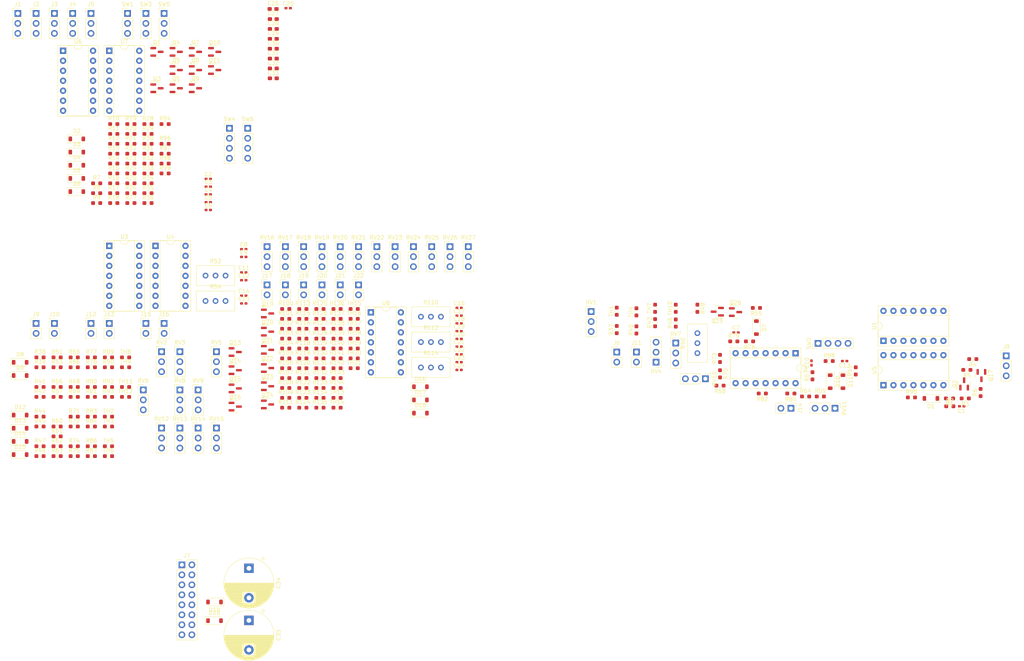
<source format=kicad_pcb>
(kicad_pcb (version 20240108) (generator "pcbnew") (generator_version "8.0")
  (layers (0 "F.Cu" signal) (1 "In1.Cu" signal) (2 "In2.Cu" signal) (31 "B.Cu" signal) (34 "B.Paste" user) (35 "F.Paste" user) (36 "B.SilkS" user "B.Silkscreen") (37 "F.SilkS" user "F.Silkscreen") (38 "B.Mask" user) (39 "F.Mask" user) (44 "Edge.Cuts" user))
  (net 0 "")
  (net 1 "GND")
  (net 2 "Net-(C1-Pad2)")
  (net 3 "Net-(C2-Pad2)")
  (net 4 "Net-(C3-Pad2)")
  (net 5 "Net-(C4-Pad2)")
  (net 6 "Net-(C5-Pad2)")
  (net 7 "Net-(C6-Pad2)")
  (net 8 "Net-(D7-K)")
  (net 9 "Net-(D8-K)")
  (net 10 "Net-(D9-K)")
  (net 11 "Net-(U2B-+)")
  (net 12 "Net-(U2A--)")
  (net 13 "Net-(U3B-+)")
  (net 14 "Net-(U3A--)")
  (net 15 "Net-(U4A--)")
  (net 16 "Net-(U4B-+)")
  (net 17 "TRI_OUT1")
  (net 18 "Net-(D10-K)")
  (net 19 "Net-(D12-K)")
  (net 20 "TRI_OUT2")
  (net 21 "Net-(D14-K)")
  (net 22 "TRI_OUT3")
  (net 23 "Net-(D16-K)")
  (net 24 "Net-(D17-K)")
  (net 25 "Net-(D18-K)")
  (net 26 "Net-(U6B-+)")
  (net 27 "Net-(U6A--)")
  (net 28 "Net-(U7A--)")
  (net 29 "Net-(U7B-+)")
  (net 30 "Net-(U8B-+)")
  (net 31 "Net-(U8A--)")
  (net 32 "SAW_OUT4")
  (net 33 "Net-(C22-Pad2)")
  (net 34 "Net-(C23-Pad2)")
  (net 35 "SAW_OUT5")
  (net 36 "Net-(C24-Pad2)")
  (net 37 "SAW_OUT6")
  (net 38 "-12V")
  (net 39 "+12V")
  (net 40 "Net-(D1-K)")
  (net 41 "OUT1")
  (net 42 "Net-(D2-K)")
  (net 43 "OUT2")
  (net 44 "Net-(D3-K)")
  (net 45 "OUT3")
  (net 46 "Net-(D4-K)")
  (net 47 "OUT4")
  (net 48 "OUT5")
  (net 49 "Net-(D5-K)")
  (net 50 "Net-(D6-K)")
  (net 51 "OUT6")
  (net 52 "Net-(D7-A)")
  (net 53 "Net-(D8-A)")
  (net 54 "Net-(D9-A)")
  (net 55 "Net-(D10-A)")
  (net 56 "SAW_OUT1")
  (net 57 "Net-(D12-A)")
  (net 58 "SAW_OUT2")
  (net 59 "Net-(D14-A)")
  (net 60 "SAW_OUT3")
  (net 61 "Net-(D16-A)")
  (net 62 "Net-(D17-A)")
  (net 63 "Net-(D18-A)")
  (net 64 "Net-(D19-A)")
  (net 65 "Net-(D20-K)")
  (net 66 "LED_OUT2")
  (net 67 "LED_OUT3")
  (net 68 "LED_OUT4")
  (net 69 "LED_OUT5")
  (net 70 "LED_OUT6")
  (net 71 "FM_IN1")
  (net 78 "LED_OUT1")
  (net 79 "FM_IN2")
  (net 80 "FM_IN3")
  (net 81 "CV_IN1")
  (net 82 "CV_IN2")
  (net 83 "CV_IN3")
  (net 84 "PWM_MOD1")
  (net 85 "PWM_MOD2")
  (net 86 "PWM_MOD3")
  (net 87 "CV_IN4")
  (net 88 "CV_IN5")
  (net 89 "CV_IN6")
  (net 90 "PWM_MOD4")
  (net 91 "PWM_MOD5")
  (net 92 "PWM_MOD6")
  (net 93 "Net-(Q1-B)")
  (net 94 "Net-(Q1-C)")
  (net 95 "Net-(Q2-B)")
  (net 96 "Net-(Q2-C)")
  (net 97 "Net-(Q3-B)")
  (net 98 "Net-(Q4-B)")
  (net 99 "Net-(Q4-C)")
  (net 100 "Net-(Q5-B)")
  (net 101 "Net-(Q6-B)")
  (net 102 "Net-(Q6-C)")
  (net 103 "Net-(Q7-B)")
  (net 104 "Net-(Q8-C)")
  (net 105 "Net-(Q8-B)")
  (net 106 "Net-(Q9-B)")
  (net 107 "Net-(Q10-C)")
  (net 108 "Net-(Q10-B)")
  (net 109 "Net-(Q11-B)")
  (net 110 "Net-(Q13-E)")
  (net 111 "Net-(Q13-B)")
  (net 112 "Net-(Q14-E)")
  (net 113 "Net-(Q14-B)")
  (net 114 "Net-(Q17-B)")
  (net 115 "Net-(Q19-E)")
  (net 116 "Net-(Q19-B)")
  (net 117 "Net-(Q21-E)")
  (net 118 "Net-(Q21-B)")
  (net 119 "Net-(Q23-E)")
  (net 120 "Net-(Q23-B)")
  (net 121 "Net-(Q25-B)")
  (net 122 "Net-(Q25-E)")
  (net 123 "Net-(R37-Pad2)")
  (net 124 "Net-(R38-Pad2)")
  (net 125 "Net-(R39-Pad2)")
  (net 126 "Net-(R40-Pad2)")
  (net 127 "Net-(R41-Pad2)")
  (net 128 "Net-(R42-Pad2)")
  (net 129 "Net-(R43-Pad1)")
  (net 130 "Net-(R43-Pad2)")
  (net 131 "Net-(R44-Pad1)")
  (net 132 "Net-(R44-Pad2)")
  (net 133 "Net-(R45-Pad2)")
  (net 134 "Net-(R45-Pad1)")
  (net 135 "Net-(R46-Pad1)")
  (net 136 "Net-(R46-Pad2)")
  (net 137 "Net-(R47-Pad1)")
  (net 138 "Net-(R47-Pad2)")
  (net 139 "Net-(R48-Pad1)")
  (net 140 "Net-(R48-Pad2)")
  (net 141 "Net-(R49-Pad2)")
  (net 142 "Net-(R51-Pad2)")
  (net 143 "Net-(R53-Pad2)")
  (net 144 "Net-(R58-Pad2)")
  (net 145 "Net-(U2C--)")
  (net 146 "Net-(R59-Pad2)")
  (net 147 "Net-(R60-Pad2)")
  (net 148 "Net-(U3C--)")
  (net 149 "Net-(R61-Pad2)")
  (net 150 "Net-(R62-Pad2)")
  (net 151 "Net-(U4C--)")
  (net 152 "Net-(R63-Pad2)")
  (net 153 "PULSE_OUT1")
  (net 154 "Net-(R70-Pad2)")
  (net 155 "PULSE_OUT2")
  (net 156 "Net-(R71-Pad2)")
  (net 157 "PULSE_OUT3")
  (net 158 "Net-(R72-Pad2)")
  (net 159 "Net-(U2B--)")
  (net 160 "Net-(U3B--)")
  (net 161 "Net-(U4B--)")
  (net 162 "Net-(U2D--)")
  (net 163 "Net-(U3D--)")
  (net 164 "Net-(U4D--)")
  (net 165 "Net-(U5D-+)")
  (net 166 "Net-(U5A-+)")
  (net 167 "Net-(U6D-+)")
  (net 168 "Net-(U5B-+)")
  (net 169 "Net-(U7D-+)")
  (net 170 "Net-(U5C-+)")
  (net 171 "Net-(R100-Pad2)")
  (net 172 "Net-(R101-Pad2)")
  (net 173 "Net-(R102-Pad2)")
  (net 174 "Net-(R103-Pad1)")
  (net 175 "Net-(R103-Pad2)")
  (net 176 "Net-(R104-Pad1)")
  (net 177 "Net-(R104-Pad2)")
  (net 178 "Net-(R105-Pad1)")
  (net 179 "Net-(R105-Pad2)")
  (net 180 "Net-(R106-Pad2)")
  (net 181 "Net-(R106-Pad1)")
  (net 182 "Net-(R107-Pad2)")
  (net 183 "Net-(R107-Pad1)")
  (net 184 "Net-(R108-Pad2)")
  (net 185 "Net-(R108-Pad1)")
  (net 186 "Net-(R109-Pad2)")
  (net 187 "Net-(R111-Pad2)")
  (net 188 "Net-(R113-Pad2)")
  (net 189 "Net-(R118-Pad2)")
  (net 190 "Net-(U6C--)")
  (net 191 "Net-(R119-Pad2)")
  (net 192 "Net-(U7C--)")
  (net 193 "Net-(R120-Pad2)")
  (net 194 "Net-(R121-Pad2)")
  (net 195 "Net-(U8C--)")
  (net 196 "Net-(R122-Pad2)")
  (net 197 "Net-(R123-Pad2)")
  (net 198 "Net-(R130-Pad2)")
  (net 199 "PULSE_OUT4")
  (net 200 "PULSE_OUT5")
  (net 201 "Net-(R131-Pad2)")
  (net 202 "PULSE_OUT6")
  (net 203 "Net-(R132-Pad2)")
  (net 204 "Net-(U6B--)")
  (net 205 "Net-(U7B--)")
  (net 206 "Net-(U8B--)")
  (net 207 "Net-(RV1-Pad1)")
  (net 208 "Net-(RV2-Pad1)")
  (net 209 "Net-(RV3-Pad1)")
  (net 210 "Net-(SW1-B)")
  (net 211 "Net-(U5A--)")
  (net 212 "Net-(SW3-B)")
  (net 213 "Net-(U5B--)")
  (net 214 "Net-(SW5-B)")
  (net 215 "Net-(U5C--)")
  (footprint "Resistor_SMD:R_0603_1608Metric_Pad0.98x0.95mm_HandSolder" (layer "F.Cu") (at 46.7425 135.67)
    (property "Reference" "R63")
    (property "Value" "68K")
  )
  (footprint "Resistor_SMD:R_0603_1608Metric_Pad0.98x0.95mm_HandSolder" (layer "F.Cu") (at 273.6625 123)
    (property "Reference" "R2")
    (property "Value" "22K")
  )
  (footprint "Resistor_SMD:R_0603_1608Metric_Pad0.98x0.95mm_HandSolder" (layer "F.Cu") (at 51.0925 133.16)
    (property "Reference" "R74")
    (property "Value" "68K")
  )
  (footprint "Resistor_SMD:R_0603_1608Metric_Pad0.98x0.95mm_HandSolder" (layer "F.Cu") (at 104.8525 105.79)
    (property "Reference" "R103")
    (property "Value" "1M")
  )
  (footprint "Resistor_SMD:R_0603_1608Metric_Pad0.98x0.95mm_HandSolder" (layer "F.Cu") (at 122.2525 100.77)
    (property "Reference" "TH16")
    (property "Value" "10K")
  )
  (footprint "Package_TO_SOT_SMD:SOT-23" (layer "F.Cu") (at 219.1875 99.05)
    (property "Reference" "Q26")
    (property "Value" "BC848")
  )
  (footprint "Resistor_SMD:R_0603_1608Metric_Pad0.98x0.95mm_HandSolder" (layer "F.Cu") (at 278 113.75 180)
    (property "Reference" "R5")
    (property "Value" "12K")
  )
  (footprint "Resistor_SMD:R_0603_1608Metric_Pad0.98x0.95mm_HandSolder" (layer "F.Cu") (at 122.2525 105.79)
    (property "Reference" "TH18")
    (property "Value" "10K")
  )
  (footprint "Resistor_SMD:R_0603_1608Metric_Pad0.98x0.95mm_HandSolder" (layer "F.Cu") (at 61.1425 51.26)
    (property "Reference" "R10")
    (property "Value" "12K")
  )
  (footprint "Package_TO_SOT_SMD:SOT-23" (layer "F.Cu") (at 92.0125 109.205)
    (property "Reference" "Q13")
    (property "Value" "BC858")
  )
  (footprint "Connector_PinHeader_2.54mm:PinHeader_1x03_P2.54mm_Vertical" (layer "F.Cu") (at 146.6125 82.43)
    (property "Reference" "RV26")
    (property "Value" "100K")
  )
  (footprint "Diode_SMD:D_SOD-123" (layer "F.Cu") (at 246.5 116.75 -90)
    (property "Reference" "D11")
    (property "Value" "1N4148")
  )
  (footprint "Resistor_SMD:R_0603_1608Metric_Pad0.98x0.95mm_HandSolder" (layer "F.Cu") (at 104.8525 115.83)
    (property "Reference" "R107")
    (property "Value" "100K")
  )
  (footprint "Resistor_SMD:R_0603_1608Metric_Pad0.98x0.95mm_HandSolder" (layer "F.Cu") (at 42.3925 128.14)
    (property "Reference" "R45")
    (property "Value" "1M")
  )
  (footprint "Resistor_SMD:R_0603_1608Metric_Pad0.98x0.95mm_HandSolder" (layer "F.Cu") (at 204 101.8375 90)
    (property "Reference" "R46")
    (property "Value" "100K")
  )
  (footprint "Diode_SMD:D_SOD-123" (layer "F.Cu") (at 139.0975 118.03)
    (property "Reference" "D16")
    (property "Value" "1N4148")
  )
  (footprint "Connector_PinHeader_2.54mm:PinHeader_1x02_P2.54mm_Vertical" (layer "F.Cu") (at 73.9525 101.93)
    (property "Reference" "J16")
    (property "Value" "PWMMOD_IN_3")
  )
  (footprint "Resistor_SMD:R_0603_1608Metric_Pad0.98x0.95mm_HandSolder" (layer "F.Cu") (at 122.2525 103.28)
    (property "Reference" "TH17")
    (property "Value" "10K")
  )
  (footprint "Connector_PinHeader_2.54mm:PinHeader_1x03_P2.54mm_Vertical" (layer "F.Cu") (at 204 106.92)
    (property "Reference" "RV7")
    (property "Value" "100K")
  )
  (footprint "Resistor_SMD:R_0603_1608Metric_Pad0.98x0.95mm_HandSolder" (layer "F.Cu") (at 69.8425 58.79)
    (property "Reference" "R31")
    (property "Value" "22K")
  )
  (footprint "Potentiometer_THT:Potentiometer_Bourns_3296W_Vertical" (layer "F.Cu") (at 144.3025 106.68)
    (property "Reference" "R112")
    (property "Value" "1K")
  )
  (footprint "Resistor_SMD:R_0603_1608Metric_Pad0.98x0.95mm_HandSolder" (layer "F.Cu") (at 74.1925 63.81)
    (property "Reference" "R99")
    (property "Value" "1K")
  )
  (footprint "Resistor_SMD:R_0603_1608Metric_Pad0.98x0.95mm_HandSolder" (layer "F.Cu") (at 55.4425 133.16)
    (property "Reference" "R86")
    (property "Value" "10K")
  )
  (footprint "Package_DIP:DIP-14_W7.62mm_Socket" (layer "F.Cu") (at 256.8 117.62 90)
    (property "Reference" "U5")
    (property "Value" "TL074")
  )
  (footprint "Potentiometer_THT:Potentiometer_Bourns_3296W_Vertical" (layer "F.Cu") (at 209.5 104.42 90)
    (property "Reference" "R50")
    (property "Value" "1K")
  )
  (footprint "Resistor_SMD:R_0603_1608Metric_Pad0.98x0.95mm_HandSolder" (layer "F.Cu") (at 113.5525 98.26)
    (property "Reference" "R125")
    (property "Value" "14K")
  )
  (footprint "Connector_PinHeader_2.54mm:PinHeader_1x03_P2.54mm_Vertical" (layer "F.Cu") (at 128.0125 82.43)
    (property "Reference" "RV22")
    (property "Value" "100K")
  )
  (footprint "Capacitor_SMD:C_0402_1005Metric_Pad0.74x0.62mm_HandSolder" (layer "F.Cu") (at 85.1725 73.09)
    (property "Reference" "C6")
    (property "Value" "1µ")
  )
  (footprint "Connector_PinHeader_2.54mm:PinHeader_1x04_P2.54mm_Vertical" (layer "F.Cu") (at 240.17 107 90)
    (property "Reference" "SW2")
    (property "Value" "SW_SP3T")
  )
  (footprint "Resistor_SMD:R_0603_1608Metric_Pad0.98x0.95mm_HandSolder" (layer "F.Cu") (at 61.1425 61.3)
    (property "Reference" "R14")
    (property "Value" "1K")
  )
  (footprint "Resistor_SMD:R_0603_1608Metric_Pad0.98x0.95mm_HandSolder" (layer "F.Cu") (at 64.1425 113.08)
    (property "Reference" "TH9")
    (property "Value" "10K")
  )
  (footprint "Resistor_SMD:R_0603_1608Metric_Pad0.98x0.95mm_HandSolder" (layer "F.Cu") (at 46.7425 118.1)
    (property "Reference" "R56")
    (property "Value" "1M")
  )
  (footprint "Resistor_SMD:R_0603_1608Metric_Pad0.98x0.95mm_HandSolder" (layer "F.Cu") (at 215.25 117.75 180)
    (property "Reference" "R58")
    (property "Value" "100K")
  )
  (footprint "Diode_SMD:D_SOD-123" (layer "F.Cu") (at 37.3475 111.83)
    (property "Reference" "D8")
    (property "Value" "1N4148")
  )
  (footprint "Connector_PinHeader_2.54mm:PinHeader_1x02_P2.54mm_Vertical" (layer "F.Cu") (at 233.275 123.5 -90)
    (property "Reference" "J14")
    (property "Value" "PWMMOD_in_1")
  )
  (footprint "Resistor_SMD:R_0603_1608Metric_Pad0.98x0.95mm_HandSolder" (layer "F.Cu") (at 65.4925 68.83)
    (property "Reference" "R26")
    (property "Value" "1K")
  )
  (footprint "Connector_PinHeader_2.54mm:PinHeader_1x03_P2.54mm_Vertical" (layer "F.Cu") (at 77.9425 128.53)
    (property "Reference" "RV13")
    (property "Value" "250K")
  )
  (footprint "Diode_SMD:D_SOD-123" (layer "F.Cu") (at 224.5 103 -90)
    (property "Reference" "D7")
    (property "Value" "1N4148")
  )
  (footprint "Resistor_SMD:R_0603_1608Metric_Pad0.98x0.95mm_HandSolder" (layer "F.Cu") (at 104.8525 113.32)
    (property "Reference" "R106")
    (property "Value" "100K")
  )
  (footprint "Potentiometer_THT:Potentiometer_Bourns_3296W_Vertical" (layer "F.Cu") (at 144.3025 100.23)
    (property "Reference" "R110")
    (property "Value" "1K")
  )
  (footprint "Resistor_SMD:R_0603_1608Metric_Pad0.98x0.95mm_HandSolder" (layer "F.Cu") (at 65.4925 56.28)
    (property "Reference" "R21")
    (property "Value" "10K")
  )
  (footprint "Resistor_SMD:R_0603_1608Metric_Pad0.98x0.95mm_HandSolder" (layer "F.Cu") (at 263.9125 120.75)
    (property "Reference" "R95")
    (property "Value" "1K")
  )
  (footprint "Resistor_SMD:R_0603_1608Metric_Pad0.98x0.95mm_HandSolder" (layer "F.Cu") (at 42.3925 135.67)
    (property "Reference" "R48")
    (property "Value" "100K")
  )
  (footprint "Resistor_SMD:R_0603_1608Metric_Pad0.98x0.95mm_HandSolder" (layer "F.Cu") (at 56.7925 68.83)
    (property "Reference" "R8")
    (property "Value" "1K")
  )
  (footprint "Capacitor_SMD:C_0402_1005Metric_Pad0.74x0.62mm_HandSolder" (layer "F.Cu") (at 148.9325 105.87)
    (property "Reference" "C20")
    (property "Value" "1µ")
  )
  (footprint "Diode_SMD:D_SOD-123" (layer "F.Cu") (at 51.7475 58.38)
    (property "Reference" "D3")
    (property "Value" "1N4148")
  )
  (footprint "Connector_PinHeader_2.54mm:PinHeader_1x03_P2.54mm_Vertical" (layer "F.Cu") (at 151.2625 82.43)
    (property "Reference" "RV27")
    (property "Value" "250K")
  )
  (footprint "Capacitor_SMD:C_0402_1005Metric_Pad0.74x0.62mm_HandSolder" (layer "F.Cu") (at 85.1725 65.21)
    (property "Reference" "C2")
    (property "Value" "1µ")
  )
  (footprint "Resistor_SMD:R_0603_1608Metric_Pad0.98x0.95mm_HandSolder" (layer "F.Cu") (at 215.25 114.75 -90)
    (property "Reference" "R70")
    (property "Value" "100K")
  )
  (footprint "Resistor_SMD:R_0603_1608Metric_Pad0.98x0.95mm_HandSolder" (layer "F.Cu") (at 104.8525 118.34)
    (property "Reference" "R108")
    (property "Value" "100K")
  )
  (footprint "Capacitor_SMD:C_0402_1005Metric_Pad0.74x0.62mm_HandSolder" (layer "F.Cu") (at 276.6825 123 180)
    (property "Reference" "C1")
    (property "Value" "1µ")
  )
  (footprint "Resistor_SMD:R_0603_1608Metric_Pad0.98x0.95mm_HandSolder" (layer "F.Cu") (at 273.5875 121 180)
    (property "Reference" "R1")
    (property "Value" "1K")
  )
  (footprint "Connector_PinHeader_2.54mm:PinHeader_1x03_P2.54mm_Vertical" (layer "F.Cu") (at 199 111.79 180)
    (property "Reference" "RV4")
    (property "Value" "100K")
  )
  (footprint "Potentiometer_THT:Potentiometer_Bourns_3296W_Vertical" (layer "F.Cu") (at 89.5525 96.23)
    (property "Reference" "R54")
    (property "Value" "1K")
  )
  (footprint "Connector_PinHeader_2.54mm:PinHeader_1x03_P2.54mm_Vertical" (layer "F.Cu") (at 73.2925 109.13)
    (property "Reference" "RV2")
    (property "Value" "1M")
  )
  (footprint "Diode_SMD:D_SOD-123" (layer "F.Cu") (at 243.25 116.75 -90)
    (property "Reference" "D10")
    (property "Value" "1N4148")
  )
  (footprint "Capacitor_SMD:C_0402_1005Metric_Pad0.74x0.62mm_HandSolder" (layer "F.Cu") (at 85.1725 69.15)
    (property "Reference" "C4")
    (property "Value" "1µ")
  )
  (footprint "Resistor_SMD:R_0603_1608Metric_Pad0.98x0.95mm_HandSolder" (layer "F.Cu") (at 69.8425 71.34)
    (property "Reference" "R36")
    (property "Value" "1K")
  )
  (footprint "Resistor_SMD:R_0603_1608Metric_Pad0.98x0.95mm_HandSolder" (layer "F.Cu") (at 56.7925 71.34)
    (property "Reference" "R9")
    (property "Value" "10K")
  )
  (footprint "Package_TO_SOT_SMD:SOT-23" (layer "F.Cu") (at 92.0125 123.08)
    (property "Reference" "Q16")
    (property "Value" "BC848")
  )
  (footprint "Resistor_SMD:R_0603_1608Metric_Pad0.98x0.95mm_HandSolder" (layer "F.Cu") (at 51.0925 110.57)
    (property "Reference" "R65")
    (property "Value" "14K")
  )
  (footprint "Resistor_SMD:R_0603_1608Metric_Pad0.98x0.95mm_HandSolder" (layer "F.Cu") (at 194 103.5875 90)
    (property "Reference" "R40")
    (property "Value" "100K")
  )
  (footprint "Resistor_SMD:R_0603_1608Metric_Pad0.98x0.95mm_HandSolder" (layer "F.Cu") (at 237 120.5)
    (property "Reference" "R64")
    (property "Value" "14K")
  )
  (footprint "Resistor_SMD:R_0603_1608Metric_Pad0.98x0.95mm_HandSolder" (layer "F.Cu") (at 117.9025 118.34)
    (property "Reference" "R144")
    (property "Value" "200K")
  )
  (footprint "Resistor_SMD:R_0603_1608Metric_Pad0.98x0.95mm_HandSolder" (layer "F.Cu") (at 117.9025 105.79)
    (property "Reference" "R139")
    (property "Value" "100K")
  )
  (footprint "Capacitor_SMD:C_0402_1005Metric_Pad0.74x0.62mm_HandSolder" (layer "F.Cu") (at 94.1825 94.88)
    (property "Reference" "C14")
    (property "Value" "1µ")
  )
  (footprint "Capacitor_SMD:C_0402_1005Metric_Pad0.74x0.62mm_HandSolder" (layer "F.Cu") (at 94.1825 83.06)
    (property "Reference" "C8")
    (property "Value" "2.2n")
  )
  (footprint "Resistor_SMD:R_0603_1608Metric_Pad0.98x0.95mm_HandSolder" (layer "F.Cu") (at 59.7925 113.08)
    (property "Reference" "R90")
    (property "Value" "200K")
  )
  (footprint "Resistor_SMD:R_0603_1608Metric_Pad0.98x0.95mm_HandSolder" (layer "F.Cu") (at 109.2025 123.36)
    (property "Reference" "R124")
    (property "Value" "14K")
  )
  (footprint "Connector_PinHeader_2.54mm:PinHeader_1x03_P2.54mm_Vertical" (layer "F.Cu") (at 82.5925 118.83)
    (property "Reference" "RV9")
    (property "Value" "100K")
  )
  (footprint "Capacitor_THT:CP_Radial_D12.5mm_P7.50mm" (layer "F.Cu") (at 95.5 164.176041 -90)
    (property "Reference" "C34")
    (property "Value" "330uF")
  )
  (footprint "Resistor_SMD:R_0603_1608Metric_Pad0.98x0.95mm_HandSolder" (layer "F.Cu") (at 61.1425 56.28)
    (property "Reference" "R12")
    (property "Value" "1K")
  )
  (footprint "Resistor_SMD:R_0603_1608Metric_Pad0.98x0.95mm_HandSolder" (layer "F.Cu") (at 61.1425 71.34)
    (property "Reference" "R18")
    (property "Value" "1K")
  )
  (footprint "Resistor_SMD:R_0603_1608Metric_Pad0.98x0.95mm_HandSolder" (layer "F.Cu") (at 59.7925 133.16)
    (property "Reference" "TH5")
    (property "Value" "10K")
  )
  (footprint "Resistor_SMD:R_0603_1608Metric_Pad0.98x0.95mm_HandSolder" (layer "F.Cu") (at 46.7425 113.08)
    (property "Reference" "R53")
    (property "Value" "1.5K")
  )
  (footprint "Connector_PinHeader_2.54mm:PinHeader_1x03_P2.54mm_Vertical" (layer "F.Cu") (at 41.4025 23.13)
    (property "Reference" "J2")
    (property "Value" "Audiojack 3")
  )
  (footprint "Resistor_SMD:R_0603_1608Metric_Pad0.98x0.95mm_HandSolder" (layer "F.Cu") (at 69.8425 53.77)
    (property "Reference" "R29")
    (property "Value" "1K")
  )
  (footprint "Resistor_SMD:R_0603_1608Metric_Pad0.98x0.95mm_HandSolder" (layer "F.Cu") (at 224.5 98 180)
    (property "Reference" "R55")
    (property "Value" "1M")
  )
  (footprint "Package_DIP:DIP-14_W7.62mm_Socket" (layer "F.Cu") (at 234.45 109.5 -90)
    (property "Reference" "U2")
    (property "Value" "TL074")
  )
  (footprint "Package_TO_SOT_SMD:SOT-23" (layer "F.Cu") (at 100.2325 108.655)
    (property "Reference" "Q21")
    (property "Value" "BC858")
  )
  (footprint "Resistor_SMD:R_0603_1608Metric_Pad0.98x0.95mm_HandSolder" (layer "F.Cu") (at 117.9025 108.3)
    (property "Reference" "R140")
    (property "Value" "100K")
  )
  (footprint "Resistor_SMD:R_0603_1608Metric_Pad0.98x0.95mm_HandSolder" (layer "F.Cu") (at 104.8525 110.81)
    (property "Reference" "R105")
    (property "Value" "1M")
  )
  (footprint "Resistor_SMD:R_0603_1608Metric_Pad0.98x0.95mm_HandSolder" (layer "F.Cu") (at 109.2025 120.85)
    (property "Reference" "R123")
    (property "Value" "68K")
  )
  (footprint "Connector_PinHeader_2.54mm:PinHeader_1x02_P2.54mm_Vertical" (layer "F.Cu") (at 41.4025 101.93)
    (property "Reference" "J9")
    (property "Value" "FM_in_2")
  )
  (footprint "Resistor_SMD:R_0603_1608Metric_Pad0.98x0.95mm_HandSolder" (layer "F.Cu") (at 113.5525 115.83)
    (property "Reference" "R132")
    (property "Value" "100K")
  )
  (footprint "Resistor_SMD:R_0603_1608Metric_Pad0.98x0.95mm_HandSolder" (layer "F.Cu") (at 65.4925 61.3)
    (property "Reference" "R23")
    (property "Value" "1K")
  )
  (footprint "Capacitor_SMD:C_0402_1005Metric_Pad0.74x0.62mm_HandSolder" (layer "F.Cu") (at 94.1825 85.03)
    (property "Reference" "C9")
    (property "Value" "2.2n")
  )
  (footprint "Capacitor_SMD:C_0402_1005Metric_Pad0.74x0.62mm_HandSolder" (layer "F.Cu") (at 148.9325 111.78)
    (property "Reference" "C23")
    (property "Value" "1µ")
  )
  (footprint "Connector_PinHeader_2.54mm:PinHeader_1x03_P2.54mm_Vertical" (layer "F.Cu") (at 244.4775 123.5 -90)
    (property "Reference" "RV11")
    (property "Value" "250K")
  )
  (footprint "Connector_PinHeader_2.54mm:PinHeader_1x04_P2.54mm_Vertical" (layer "F.Cu") (at 90.5425 52.33)
    (property "Reference" "SW4")
    (property "Value" "SW_SP3T")
  )
  (footprint "Resistor_SMD:R_0603_1608Metric_Pad0.98x0.95mm_HandSolder" (layer "F.Cu") (at 55.4425 135.67)
    (property "Reference" "R87")
    (property "Value" "10K")
  )
  (footprint "Resistor_SMD:R_0603_1608Metric_Pad0.98x0.95mm_HandSolder" (layer "F.Cu") (at 64.1425 120.61)
    (property "Reference" "TH12")
    (property "Value" "10K")
  )
  (footprint "Resistor_SMD:R_0603_1608Metric_Pad0.98x0.95mm_HandSolder" (layer "F.Cu") (at 61.1425 58.79)
    (property "Reference" "R13")
    (property "Value" "22K")
  )
  (footprint "Resistor_SMD:R_0603_1608Metric_Pad0.98x0.95mm_HandSolder" (layer "F.Cu") (at 69.8425 68.83)
    (property "Reference" "R35")
    (property "Value" "1K")
  )
  (footprint "Resistor_SMD:R_0603_1608Metric_Pad0.98x0.95mm_HandSolder" (layer "F.Cu") (at 104.8525 120.85)
    (property "Reference" "R109")
    (property "Value" "1.5K")
  )
  (footprint "Resistor_SMD:R_0603_1608Metric_Pad0.98x0.95mm_HandSolder" (layer "F.Cu") (at 51.0925 128.14)
    (property "Reference" "R72")
    (property "Value" "100K")
  )
  (footprint "Resistor_SMD:R_0603_1608Metric_Pad0.98x0.95mm_HandSolder" (layer "F.Cu") (at 117.9025 100.77)
    (property "Reference" "R137")
    (property "Value" "33K")
  )
  (footprint "Resistor_SMD:R_0603_1608Metric_Pad0.98x0.95mm_HandSolder" (layer "F.Cu") (at 122.2525 110.81)
    (property "Reference" "TH20")
    (property "Value" "10K")
  )
  (footprint "Capacitor_SMD:C_0603_1608Metric_Pad1.08x0.95mm_HandSolder" (layer "F.Cu") (at 101.6925 24.57)
    (property "Reference" "C27")
    (property "Value" "0.1µ")
  )
  (footprint "Resistor_SMD:R_0603_1608Metric_Pad0.98x0.95mm_HandSolder" (layer "F.Cu") (at 46.7425 133.16)
    (property "Reference" "R62")
    (property "Value" "100K")
  )
  (footprint "Resistor_SMD:R_0603_1608Metric_Pad0.98x0.95mm_HandSolder" (layer "F.Cu") (at 104.8525 103.28)
    (property "Reference" "R102")
    (property "Value" "100K")
  )
  (footprint "Diode_SMD:D_SOD-123" (layer "F.Cu") (at 37.3475 125.23)
    (property "Reference" "D12")
    (property "Value" "1N4148")
  )
  (footprint "Resistor_SMD:R_0603_1608Metric_Pad0.98x0.95mm_HandSolder" (layer "F.Cu") (at 74.1925 61.3)
    (property "Reference" "R98")
    (property "Value" "1K")
  )
  (footprint "Package_TO_SOT_SMD:SOT-23" (layer "F.Cu") (at 92.0125 118.455)
    (property "Reference" "Q15")
    (property "Value" "BC848")
  )
  (footprint "Connector_PinHeader_2.54mm:PinHeader_1x03_P2.54mm_Vertical" (layer "F.Cu") (at 68.6425 118.83)
    (property "Reference" "RV6")
    (property "Value" "100K")
  )
  (footprint "Resistor_SMD:R_0603_1608Metric_Pad0.98x0.95mm_HandSolder" (layer "F.Cu") (at 46.7425 110.57)
    (property "Reference" "R51")
    (property "Value" "1.5K")
  )
  (footprint "Resistor_SMD:R_0603_1608Metric_Pad0.98x0.95mm_HandSolder" (layer "F.Cu") (at 59.7925 125.63)
    (property "Reference" "TH2")
    (property "Value" "10K")
  )
  (footprint "Resistor_SMD:R_0603_1608Metric_Pad0.98x0.95mm_HandSolder" (layer "F.Cu") (at 113.5525 103.28)
    (property "Reference" "R127")
    (property "Value" "200K")
  )
  (footprint "Connector_PinHeader_2.54mm:PinHeader_1x03_P2.54mm_Vertical" (layer "F.Cu") (at 87.2425 109.13)
    (property "Reference" "RV5")
    (property "Value" "100K")
  )
  (footprint "Resistor_SMD:R_0603_1608Metric_Pad0.98x0.95mm_HandSolder" (layer "F.Cu") (at 51.0925 118.1)
    (property "Reference" "R68")
    (property "Value" "200K")
  )
  (footprint "Capacitor_SMD:C_0603_1608Metric_Pad1.08x0.95mm_HandSolder" (layer "F.Cu") (at 101.6375 22)
    (property "Reference" "C26")
    (property "Value" "0.1µ")
  )
  (footprint "Resistor_SMD:R_0603_1608Metric_Pad0.98x0.95mm_HandSolder" (layer "F.Cu") (at 117.9025 103.28)
    (property "Reference" "R138")
    (property "Value" "33K")
  )
  (footprint "Diode_SMD:D_SOD-123" (layer "F.Cu") (at 51.7475 55.03)
    (property "Reference" "D2")
    (property "Value" "1N4148")
  )
  (footprint "Connector_PinHeader_2.54mm:PinHeader_1x03_P2.54mm_Vertical" (layer "F.Cu") (at 73.9525 23.13)
    (property "Reference" "SW5")
    (property "Value" "SW_SPDT")
  )
  (footprint "Resistor_SMD:R_0603_1608Metric_Pad0.98x0.95mm_HandSolder" (layer "F.Cu") (at 109.2025 100.77)
    (property "Reference" "R115")
    (property "Value" "1M")
  )
  (footprint "Diode_SMD:D_SOD-123" (layer "F.Cu") (at 51.7475 68.43)
    (property "Reference" "D6")
    (property "Value" "1N4148")
  )
  (footprint "Resistor_SMD:R_0603_1608Metric_Pad0.98x0.95mm_HandSolder" (layer "F.Cu") (at 226 119.75 180)
    (property "Reference" "R82")
    (property "Value" "10K")
  )
  (footprint "Connector_PinHeader_2.54mm:PinHeader_1x03_P2.54mm_Vertical" (layer "F.Cu") (at 77.9425 118.83)
    (property "Reference" "RV8")
    (property "Value" "100K")
  )
  (footprint "Diode_SMD:D_SOD-123" (layer "F.Cu") (at 37.3475 128.58)
    (property "Reference" "D13")
    (property "Value" "1N4148")
  )
  (footprint "Resistor_SMD:R_0603_1608Metric_Pad0.98x0.95mm_HandSolder" (layer "F.Cu") (at 59.7925 120.61)
    (property "Reference" "R93")
    (property "Value" "200K")
  )
  (footprint "Package_TO_SOT_SMD:SOT-23" (layer "F.Cu") (at 92.0125 113.83)
    (property "Reference" "Q14")
    (property "Value" "BC858")
  )
  (footprint "Connector_PinHeader_2.54mm:PinHeader_2x08_P2.54mm_Vertical" (layer "F.Cu") (at 78.46 163.3)
    (property "Reference" "J7")
    (property "Value" "Conn_02x08_Odd_Even")
  )
  (footprint "Capacitor_SMD:C_0402_1005Metric_Pad0.74x0.62mm_HandSolder" (layer "F.Cu") (at 238.5 112 90)
    (property "Reference" "C10")
    (property "Value" "1µ")
  )
  (footprint "Resistor_SMD:R_0603_1608Metric_Pad0.98x0.95mm_HandSolder" (layer "F.Cu") (at 46.7425 128.14)
    (property "Reference" "R60")
    (property "Value" "100K")
  )
  (footprint "Resistor_SMD:R_0603_1608Metric_Pad0.98x0.95mm_HandSolder" (layer "F.Cu") (at 122.2525 108.3)
    (property "Reference" "TH19")
    (property "Value" "10K")
  )
  (footprint "Resistor_SMD:R_0603_1608Metric_Pad0.98x0.95mm_HandSolder" (layer "F.Cu") (at 117.9025 115.83)
    (property "Reference" "R143")
    (property "Value" "200K")
  )
  (footprint "Capacitor_SMD:C_0603_1608Metric_Pad1.08x0.95mm_HandSolder" (layer "F.Cu") (at 101.6925 34.61)
    (property "Reference" "C31")
    (property "Value" "0.1µ")
  )
  (footprint "Resistor_SMD:R_0603_1608Metric_Pad0.98x0.95mm_HandSolder" (layer "F.Cu") (at 51.0925 113.08)
    (property "Reference" "R66")
    (property "Value" "14K")
  )
  (footprint "Resistor_SMD:R_0603_1608Metric_Pad0.98x0.95mm_HandSolder" (layer "F.Cu") (at 113.5525 123.36)
    (property "Reference" "R135")
    (property "Value" "68K")
  )
  (footprint "Resistor_SMD:R_0603_1608Metric_Pad0.98x0.95mm_HandSolder" (layer "F.Cu") (at 104.8525 100.77)
    (property "Reference" "R101")
    (property "Value" "100K")
  )
  (footprint "Potentiometer_THT:Potentiometer_Bourns_3296W_Vertical" (layer "F.Cu") (at 89.5525 89.78)
    (property "Reference" "R52")
    (property "Value" "1K")
  )
  (footprint "Resistor_SMD:R_0603_1608Metric_Pad0.98x0.95mm_HandSolder" (layer "F.Cu") (at 189 98.8375 90)
    (property "Reference" "TH1")
    (property "Value" "10K")
  )
  (footprint "Resistor_SMD:R_0603_1608Metric_Pad0.98x0.95mm_HandSolder" (layer "F.Cu") (at 277.5875 121 180)
    (property "Reference" "R3")
    (property "Value" "10K")
  )
  (footprint "Resistor_SMD:R_0603_1608Metric_Pad0.98x0.95mm_HandSolder" (layer "F.Cu") (at 104.8525 108.3)
    (property "Reference" "R104")
    (property "Value" "1M")
  )
  (footprint "Resistor_SMD:R_0603_1608Metric_Pad0.98x0.95mm_HandSolder" (layer "F.Cu") (at 65.4925 58.79)
    (property "Reference" "R22")
    (property "Value" "12K")
  )
  (footprint "Resistor_SMD:R_0603_1608Metric_Pad0.98x0.95mm_HandSolder" (layer "F.Cu") (at 74.1925 51.26)
    (property "Reference" "R94")
    (property "Value" "1K")
  )
  (footprint "Capacitor_SMD:C_0402_1005Metric_Pad0.74x0.62mm_HandSolder" (layer "F.Cu") (at 94.1825 90.94)
    (property "Reference" "C12")
    (property "Value" "1µ")
  )
  (footprint "Package_DIP:DIP-14_W7.62mm_Socket" (layer "F.Cu") (at 60.0025 82.23)
    (property "Reference" "U3")
    (property "Value" "TL074")
  )
  (footprint "Diode_SMD:D_SOD-123" (layer "F.Cu") (at 139.0975 121.38)
    (property "Reference" "D17")
    (property "Value" "1N4148")
  )
  (footprint "Package_TO_SOT_SMD:SOT-23" (layer "F.Cu") (at 100.2325 99.405)
    (property "Reference" "Q19")
    (property "Value" "BC858")
  )
  (footprint "Package_TO_SOT_SMD:SOT-23" (layer "F.Cu") (at 86.7925 32.905)
    (property "Reference" "Q10")
    (property "Value" "BC817")
  )
  (footprint "Connector_PinHeader_2.54mm:PinHeader_1x03_P2.54mm_Vertical" (layer "F.Cu") (at 73.2925 128.53)
    (property "Reference" "RV12")
    (property "Value" "100K")
  )
  (footprint "Resistor_SMD:R_0603_1608Metric_Pad0.98x0.95mm_HandSolder" (layer "F.Cu") (at 42.3925 125.63)
    (property "Reference" "R44")
    (property "Value" "1M")
  )
  (footprint "Resistor_SMD:R_0603_1608Metric_Pad0.98x0.95mm_HandSolder" (layer "F.Cu") (at 69.8425 61.3)
    (property "Reference" "R32")
    (property "Value" "1K")
  )
  (footprint "Package_TO_SOT_SMD:SOT-23" (layer "F.Cu") (at 72.1225 32.905)
    (property "Reference" "Q1")
    (property "Value" "BC817")
  )
  (footprint "Connector_PinHeader_2.54mm:PinHeader_1x03_P2.54mm_Vertical" (layer "F.Cu") (at 132.6625 82.43)
    (property "Reference" "RV23")
    (property "Value" "250K")
  )
  (footprint "Connector_PinHeader_2.54mm:PinHeader_1x02_P2.54mm_Vertical" (layer "F.Cu") (at 123.3625 92.13)
    (property "Reference" "J22")
    (property "Value" "CV_in_6")
  )
  (footprint "Connector_PinHeader_2.54mm:PinHeader_1x03_P2.54mm_Vertical" (layer "F.Cu") (at 36.7525 23.13)
    (property "Reference" "J1")
    (property "Value" "Audiojack 2")
  )
  (footprint "Resistor_SMD:R_0603_1608Metric_Pad0.98x0.95mm_HandSolder" (layer "F.Cu") (at 65.4925 66.32)
    (property "Reference" "R25")
    (property "Value" "22K")
  )
  (footprint "Resistor_SMD:R_0603_1608Metric_Pad0.98x0.95mm_HandSolder" (layer "F.Cu") (at 74.1925 58.79)
    (property "Reference" "R97")
    (property "Value" "1K")
  )
  (footprint "Connector_PinHeader_2.54mm:PinHeader_1x03_P2.54mm_Vertical" (layer "F.Cu") (at 114.0625 82.43)
    (property "Reference" "RV19")
    (property "Value" "100K")
  )
  (footprint "Resistor_SMD:R_0603_1608Metric_Pad0.98x0.95mm_HandSolder" (layer "F.Cu") (at 42.3925 110.57)
    (property "Reference" "R38")
    (property "Value" "100K")
  )
  (footprint "Resistor_SMD:R_0603_1608Metric_Pad0.98x0.95mm_HandSolder" (layer "F.Cu") (at 109.2025 118.34)
    (property "Reference" "R122")
    (property "Value" "100K")
  )
  (footprint "Package_TO_SOT_SMD:SOT-23" (layer "F.Cu") (at 100.2325 122.53)
    (property "Reference" "Q24")
    (property "Value" "BC848")
  )
  (footprint "Resistor_SMD:R_0603_1608Metric_Pad0.98x0.95mm_HandSolder" (layer "F.Cu") (at 198.75 101.75 90)
    (property "Reference" "R43")
    (property "Value" "1M")
  )
  (footprint "Resistor_SMD:R_0603_1608Metric_Pad0.98x0.95mm_HandSolder" (layer "F.Cu") (at 109.2025 115.83)
    (property "Reference" "R121")
    (property "Value" "68K")
  )
  (footprint "Resistor_SMD:R_0603_1608Metric_Pad0.98x0.95mm_HandSolder" (layer "F.Cu") (at 109.2025 103.28)
    (property "Reference" "R116")
    (property "Value" "1M")
  )
  (footprint "Connector_PinHeader_2.54mm:PinHeader_1x03_P2.54mm_Vertical" (layer "F.Cu") (at 46.0525 23.13)
    (property "Reference" "J3")
    (property "Value" "Audiojack 4")
  )
  (footprint "Resistor_SMD:R_0603_1608Metric_Pad0.98x0.95mm_HandSolder" (layer "F.Cu") (at 46.7425 120.61)
    (property "Reference" "R57")
    (property "Value" "1M")
  )
  (footprint "Connector_PinHeader_2.54mm:PinHeader_1x03_P2.54mm_Vertical" (layer "F.Cu") (at 69.3025 23.13)
    (property "Reference" "SW3")
    (property "Value" "SW_SPDT")
  )
  (footprint "Capacitor_SMD:C_0402_1005Metric_Pad0.74x0.62mm_HandSolder" (layer "F.Cu") (at 148.9325 109.81)
    (property "Reference" "C22")
    (property "Value" "1µ")
  )
  (footprint "Resistor_SMD:R_0603_1608Metric_Pad0.98x0.95mm_HandSolder" (layer "F.Cu") (at 249.75 114 90)
    (property "Reference" "R91")
    (property "Value" "200K")
  )
  (footprint "Resistor_SMD:R_0603_1608Metric_Pad0.98x0.95mm_HandSolder" (layer "F.Cu") (at 113.5525 120.85)
    (property "Reference" "R134")
    (property "Value" "33K")
  )
  (footprint "Resistor_SMD:R_0603_1608Metric_Pad0.98x0.95mm_HandSolder" (layer "F.Cu") (at 69.8425 51.26)
    (property "Reference" "R28")
    (property "Value" "12K")
  )
  (footprint "Resistor_SMD:R_0603_1608Metric_Pad0.98x0.95mm_HandSolder" (layer "F.Cu") (at 109.2025 108.3)
    (property "Reference" "R118")
    (property "Value" "100K")
  )
  (footprint "Resistor_SMD:R_0603_1608Metric_Pad0.98x0.95mm_HandSolder" (layer "F.Cu") (at 51.0925 135.67)
    (property "Reference" "R75")
    (property "Value" "68K")
  )
  (footprint "Connector_PinHeader_2.54mm:PinHeader_1x04_P2.54mm_Vertical" (layer "F.Cu") (at 95.1925 52.33)
    (property "Reference" "SW6")
    (property "Value" "SW_SP3T")
  )
  (footprint "Resistor_SMD:R_0603_1608Metric_Pad0.98x0.95mm_HandSolder" (layer "F.Cu") (at 113.5525 118.34)
    (property "Reference" "R133")
    (property "Value" "68K")
  )
  (footprint "Diode_SMD:D_SOD-123" (layer "F.Cu") (at 86.75 177.5)
    (property "Reference" "D20")
    (property "Value" "1N4148")
  )
  (footprint "Package_TO_SOT_SMD:SOT-23" (layer "F.Cu") (at 81.9025 37.53)
    (property "Reference" "Q8")
    (property "Value" "BC817")
  )
  (footprint "Resistor_SMD:R_0603_1608Metric_Pad0.98x0.95mm_HandSolder" (layer "F.Cu") (at 65.4925 53.77)
    (property "Reference" "R20")
    (property "Value" "1K")
  )
  (footprint "Capacitor_SMD:C_0402_1005Metric_Pad0.74x0.62mm_HandSolder" (layer "F.Cu") (at 94.1825 96.85)
    (property "Reference" "C15")
    (property "Value" "1µ")
  )
  (footprint "Package_DIP:DIP-14_W7.62mm_Socket" (layer "F.Cu") (at 48.2525 32.63)
    (property "Reference" "U6")
    (property "Value" "TL074")
  )
  (footprint "Resistor_SMD:R_0603_1608Metric_Pad0.98x0.95mm_HandSolder" (layer "F.Cu") (at 218.75 106.5)
    (property "Reference" "R79")
    (property "Value" "100K")
  )
  (footprint "Connector_PinHeader_2.54mm:PinHeader_1x02_P2.54mm_Vertical" (layer "F.Cu") (at 55.3525 101.93)
    (property "Reference" "J12")
    (property "Value" "CV_in_2")
  )
  (footprint "Connector_PinHeader_2.54mm:PinHeader_1x03_P2.54mm_Vertical" (layer "F.Cu") (at 50.7025 23.13)
    (property "Reference" "J4")
    (property "Value" "Audiojack 5")
  )
  (footprint "Capacitor_SMD:C_0402_1005Metric_Pad0.74x0.62mm_HandSolder" (layer "F.Cu") (at 148.9325 103.9)
    (property "Reference" "C19")
    (property "Value" "1µ")
  )
  (footprint "Resistor_SMD:R_0603_1608Metric_Pad0.98x0.95mm_HandSolder" (layer "F.Cu") (at 46.7425 130.65)
    (property "Reference" "R61")
    (property "Value" "68K")
  )
  (footprint "Resistor_SMD:R_0603_1608Metric_Pad0.98x0.95mm_HandSolder" (layer "F.Cu") (at 122.2525 98.26)
    (property "Reference" "TH15")
    (property "Value" "10K")
  )
  (footprint "Resistor_SMD:R_0603_1608Metric_Pad0.98x0.95mm_HandSolder" (layer "F.Cu") (at 51.0925 120.61)
    (property "Reference" "R69")
    (property "Value" "200K")
  )
  (footprint "Capacitor_SMD:C_0603_1608Metric_Pad1.08x0.95mm_HandSolder" (layer "F.Cu") (at 101.6925 29.59)
    (property "Reference" "C29")
    (property "Value" "0.1µ")
  )
  (footprint "Resistor_SMD:R_0603_1608Metric_Pad0.98x0.95mm_HandSolder" (layer "F.Cu") (at 113.5525 108.3)
    (property "Reference" "R129")
    (property "Value" "200K")
  )
  (footprint "Capacitor_SMD:C_0402_1005Metric_Pad0.74x0.62mm_HandSolder" (layer "F.Cu") (at 246.9325 111.5 180)
    (property "Reference" "C13")
    (property "Value" "1µ")
  )
  (footprint "Diode_SMD:D_SOD-123" (layer "F.Cu") (at 51.7475 61.73)
    (property "Reference" "D4")
    (property "Value" "1N4148")
  )
  (footprint "Resistor_SMD:R_0603_1608Metric_Pad0.98x0.95mm_HandSolder" (layer "F.Cu") (at 209.5 98.0875 -90)
    (property "Reference" "R49")
    (property "Value" "1.5K")
  )
  (footprint "Resistor_SMD:R_0603_1608Metric_Pad0.98x0.95mm_HandSolder" (layer "F.Cu") (at 279.5 111 180)
    (property "Reference" "R4")
    (property "Value" "1K")
  )
  (footprint "Connector_PinHeader_2.54mm:PinHeader_1x03_P2.54mm_Vertical" (layer "F.Cu") (at 55.3525 23.13)
    (property "Reference" "J5")
    (property "Value" "Audiojack 6")
  )
  (footprint "Resistor_SMD:R_0603_1608Metric_Pad0.98x0.95mm_HandSolder" (layer "F.Cu") (at 109.2025 105.79)
    (property "Reference" "R117")
    (property "Value" "1M")
  )
  (footprint "Package_TO_SOT_SMD:SOT-23" (layer "F.Cu") (at 277.3 117.3125 90)
    (property "Reference" "Q2")
    (property "Value" "BC817")
  )
  (footprint "Resistor_SMD:R_0603_1608Metric_Pad0.98x0.95mm_HandSolder" (layer "F.Cu") (at 64.1425 118.1)
    (property "Reference" "TH11")
    (property "Value" "10K")
  )
  (footprint "Resistor_SMD:R_0603_1608Metric_Pad0.98x0.95mm_HandSolder" (layer "F.Cu") (at 51.0925 125.63)
    (property "Reference" "R71")
    (property "Value" "100K")
  )
  (footprint "Connector_PinHeader_2.54mm:PinHeader_1x03_P2.54mm_Vertical" (layer "F.Cu") (at 64.6525 23.13)
    (property "Reference" "SW1")
    (property "Value" "SW_SPDT")
  )
  (footprint "Diode_SMD:D_SOD-123" (layer "F.Cu") (at 51.7475 65.08)
    (property "Reference" "D5")
    (property "Value" "1N4148")
  )
  (footprint "Resistor_SMD:R_0603_1608Metric_Pad0.98x0.95mm_HandSolder" (layer "F.Cu") (at 113.5525 113.32)
    (property "Reference" "R131")
    (property "Value" "100K")
  )
  (footprint "Package_TO_SOT_SMD:SOT-23" (layer "F.Cu") (at 100.2325 104.03)
    (property "Reference" "Q20")
    (property "Value" "BC848")
  )
  (footprint "Resistor_SMD:R_0603_1608Metric_Pad0.98x0.95mm_HandSolder" (layer "F.Cu") (at 222.75 106.5 180)
    (property "Reference" "R76")
    (property "Value" "33K")
  )
  (footprint "Resistor_SMD:R_0603_1608Metric_Pad0.98x0.95mm_HandSolder" (layer "F.Cu") (at 189 103.5 90)
    (property "Reference" "R37")
    (property "Value" "100K")
  )
  (footprint "Resistor_SMD:R_0603_1608Metric_Pad0.98x0.95mm_HandSolder" (layer "F.Cu") (at 117.9025 98.26)
    (property "Reference" "R136")
    (property "Value" "68K")
  )
  (footprint "Package_TO_SOT_SMD:SOT-23" (layer "F.Cu") (at 281.7 115.1875 -90)
    (property "Reference" "Q17")
    (property "Value" "BC807")
  )
  (footprint "Package_TO_SOT_SMD:SOT-23" (layer "F.Cu") (at 86.7925 37.53)
    (property "Reference" "Q11")
    (property "Value" "BC807")
  )
  (footprint "Connector_PinHeader_2.54mm:PinHeader_1x02_P2.54mm_Vertical" (layer "F.Cu") (at 194 109.21)
    (property "Reference" "J11")
    (property "Value" "CV_in_1")
  )
  (footprint "Resistor_SMD:R_0603_1608Metric_Pad0.98x0.95mm_HandSolder" (layer "F.Cu") (at 243 111.5)
    (property "Reference" "R88")
    (property "Value" "200K")
  )
  (footprint "Resistor_SMD:R_0603_1608Metric_Pad0.98x0.95mm_HandSolder" (layer "F.Cu") (at 281.5 119.5 90)
    (property "Reference" "R6")
    (property "Value" "1K")
  )
  (footprint "Diode_SMD:D_SOD-123" (layer "F.Cu") (at 37.3475 115.18)
    (property "Reference" "D9")
    (property "Value" "1N4148")
  )
  (footprint "Diode_SMD:D_SOD-123" (layer "F.Cu") (at 268.85 121 180)
    (property "Reference" "D1")
    (property "Value" "1N4148")
  )
  (footprint "Resistor_SMD:R_0603_1608Metric_Pad0.98x0.95mm_HandSolder" (layer "F.Cu") (at 198.75 98.0875 90)
    (property "Reference" "TH7")
    (property "Value" "10K")
  )
  (footprint "Capacitor_SMD:C_0402_1005Metric_Pad0.74x0.62mm_HandSolder" (layer "F.Cu") (at 148.9325 113.75)
    (property "Reference" "C24")
    (property "Value" "1µ")
  )
  (footprint "Resistor_SMD:R_0603_1608Metric_Pad0.98x0.95mm_HandSolder" (layer "F.Cu") (at 55.4425 118.1)
    (property "Reference" "R80")
    (property "Value" "100K")
  )
  (footprint "Resistor_SMD:R_0603_1608Metric_Pad0.98x0.95mm_HandSolder" (layer "F.Cu") (at 59.7925 110.57)
    (property "Reference" "R89")
    (property "Value" "200K")
  )
  (footprint "Capacitor_SMD:C_0603_1608Metric_Pad1.08x0.95mm_HandSolder" (layer "F.Cu") (at 101.6925 32.1)
    (property "Reference" "C30")
    (property "Value" "0.1µ")
  )
  (footprint "Capacitor_SMD:C_0402_1005Metric_Pad0.74x0.62mm_HandSolder" (layer "F.Cu") (at 85.1725 67.18)
    (property "Reference" "C3")
    (property "Value" "1µ")
  )
  (footprint "Connector_PinHeader_2.54mm:PinHeader_1x03_P2.54mm_Vertical" (layer "F.Cu") (at 87.2425 128.53)
    (property "Reference" "RV15")
    (property "Value" "250K")
  )
  (footprint "Connector_PinHeader_2.54mm:PinHeader_1x03_P2.54mm_Vertical" (layer "F.Cu") (at 82.5925 128.53)
    (property "Reference" "RV14")
    (property "Value" "100K")
  )
  (footprint "Resistor_SMD:R_0603_1608Metric_Pad0.98x0.95mm_HandSolder" (layer "F.Cu") (at 204 98.0875 90)
    (property "Reference" "TH10")
    (property "Value" "10K")
  )
  (footprint "Resistor_SMD:R_0603_1608Metric_Pad0.98x0.95mm_HandSolder" (layer "F.Cu") (at 117.9025 113.32)
    (property "Reference" "R142")
    (property "Value" "200K")
  )
  (footprint "Connector_PinHeader_2.54mm:PinHeader_1x03_P2.54mm_Vertical" (layer "F.Cu") (at 77.9425 109.13)
    (property "Reference" "RV3")
    (property "Value" "1M")
  )
  (footprint "Resistor_SMD:R_0603_1608Metric_Pad0.98x0.95mm_HandSolder" (layer "F.Cu") (at 233.25 119.75 180)
    (property "Reference" "R85")
    (property "Value" "10K")
  )
  (footprint "Capacitor_SMD:C_0402_1005Metric_Pad0.74x0.62mm_HandSolder" (layer "F.Cu") (at 148.9325 99.96)
    (property "Reference" "C17")
    (property "Value" "2.2n")
  )
  (footprint "Resistor_SMD:R_0603_1608Metric_Pad0.98x0.95mm_HandSolder" (layer "F.Cu") (at 55.4425 125.63)
    (property "Reference" "R83")
    (property "Value" "10K")
  )
  (footprint "Package_DIP:DIP-14_W7.62mm_Socket" (layer "F.Cu") (at 60.0025 32.63)
    (property "Reference" "U7")
    (property "Value" "TL074")
  )
  (footprint "Connector_PinHeader_2.54mm:PinHeader_1x02_P2.54mm_Vertical" (layer "F.Cu") (at 109.4125 92.13)
    (property "Reference" "J19")
    (property "Value" "CV_in_6")
  )
  (footprint "Resistor_SMD:R_0603_1608Metric_Pad0.98x0.95mm_HandSolder" (layer "F.Cu") (at 61.1425 66.32)
    (property "Reference" "R16")
    (property "Value" "12K")
  )
  (footprint "Connector_PinHeader_2.54mm:PinHeader_1x02_P2.54mm_Vertical" (layer "F.Cu") (at 46.0525 101.93)
    (property "Reference" "J10")
    (property "Value" "FM_in_3")
  )
  (footprint "Package_TO_SOT_SMD:SOT-23" (layer "F.Cu") (at 77.0125 42.155)
    (property "Reference" "Q6")
    (property "Value" "BC817")
  )
  (footprint "Connector_PinHeader_2.54mm:PinHeader_1x03_P2.54mm_Vertical" (layer "F.Cu") (at 100.1125 82.43)
    (property "Reference" "RV16")
    (property "Value" "100K")
  )
  (footprint "Package_TO_SOT_SMD:SOT-23" (layer "F.Cu") (at 100.2325 113.28)
    (property "Reference" "Q22")
    (property "Value" "BC848")
  )
  (footprint "Package_TO_SOT_SMD:SOT-23" (layer "F.Cu") (at 77.0125 37.53)
    (property "Reference" "Q5")
    (property "Value" "BC807")
  )
  (footprint "Connector_PinHeader_2.54mm:PinHeader_1x03_P2.54mm_Vertical" (layer "F.Cu") (at 137.3125 82.43)
    (property "Reference" "RV24")
    (property "Value" "100K")
  )
  (footprint "Resistor_SMD:R_0603_1608Metric_Pad0.98x0.95mm_HandSolder" (layer "F.Cu") (at 42.3925 113.08)
    (property "Reference" "R39")
    (property "Value" "100K")
  )
  (footprint "Capacitor_SMD:C_0603_1608Metric_Pad1.08x0.95mm_HandSolder" (layer "F.Cu") (at 101.6925 37.12)
    (property "Reference" "C32")
    (property "Value" "0.1µ")
  )
  (footprint "Resistor_SMD:R_0603_1608Metric_Pad0.98x0.95mm_HandSolder" (layer "F.Cu") (at 59.7925 128.14)
    (property "Reference" "TH3")
    (property "Value" "10K")
  )
  (footprint "Capacitor_SMD:C_0402_1005Metric_Pad0.74x0.62mm_HandSolder" (layer "F.Cu") (at 219.3175 104.25)
    (property "Reference" "C7")
    (property "Value" "2.2n")
  )
  (footprint "Diode_SMD:D_SOD-123" (layer "F.Cu") (at 37.3475 135.28)
    (property "Reference" "D15")
    (property "Value" "1N4148")
  )
  (footprint "Resistor_SMD:R_0603_1608Metric_Pad0.98x0.95mm_HandSolder" (layer "F.Cu") (at 109.2025 110.81)
    (property "Reference" "R119")
    (property "Value" "68K")
  )
  (footprint "Resistor_SMD:R_0603_1608Metric_Pad0.98x0.95mm_HandSolder" (layer "F.Cu") (at 74.1925 56.28)
    (property "Reference" "R96")
    (property "Value" "1K")
  )
  (footprint "Diode_SMD:D_SOD-123" (layer "F.Cu") (at 139.0975 124.73)
    (property "Reference" "D18")
    (property "Value" "1N4148")
  )
  (footprint "Potentiometer_THT:Potentiometer_Bourns_3296W_Vertical" (layer "F.Cu") (at 144.3025 113.13)
    (property "Reference" "R114")
    (property "Value" "1K")
  )
  (footprint "Package_TO_SOT_SMD:SOT-23" (layer "F.Cu") (at 72.1225 42.155)
    (property "Reference" "Q3")
    (property "Value" "BC807")
  )
  (footprint "Connector_PinHeader_2.54mm:PinHeader_1x03_P2.54mm_Vertical" (layer "F.Cu") (at 118.7125 82.43)
    (property "Reference" "RV20")
    (property "Value" "100K")
  )
  (footprint "Package_DIP:DIP-14_W7.62mm_Socket" (layer "F.Cu") (at 71.7525 82.23)
    (property "Reference" "U4")
    (property "Value" "TL074")
  )
  (footprint "Resistor_SMD:R_0603_1608Metric_Pad0.98x0.95mm_HandSolder" (layer "F.Cu") (at 55.4425 128.14)
    (property "Reference" "R84")
    (property "Value" "10K")
  )
  (footprint "Diode_SMD:D_SOD-123" (layer "F.Cu") (at 86.75 172.75 180)
    (property "Reference" "D19")
    (property "Value" "1N4148")
  )
  (footprint "Resistor_SMD:R_0603_1608Metric_Pad0.98x0.95mm_HandSolder" (layer "F.Cu") (at 109.2025 113.32)
    (property "Reference" "R120")
    (property "Value" "100K")
  )
  (footprint "Resistor_SMD:R_0603_1608Metric_Pad0.98x0.95mm_HandSolder" (layer "F.Cu") (at 69.8425 56.28)
    (property "Reference" "R30")
    (property "Value" "1K")
  )
  (footprint "Capacitor_SMD:C_0402_1005Metric_Pad0.74x0.62mm_HandSolder" (layer "F.Cu") (at 105.4725 21.79)
    (property "Reference" "C25")
    (property "Value" "1µ")
  )
  (footprint "Resistor_SMD:R_0603_1608Metric_Pad0.98x0.95mm_HandSolder" (layer "F.Cu") (at 122.2525 113.32)
    (property "Reference" "TH21")
    (property "Value" "10K")
  )
  (footprint "Resistor_SMD:R_0603_1608Metric_Pad0.98x0.95mm_HandSolder" (layer "F.Cu") (at 61.1425 63.81)
    (property "Reference" "R15")
    (property "Value" "10K")
  )
  (footprint "Resistor_SMD:R_0603_1608Metric_Pad0.98x0.95mm_HandSolder" (layer "F.Cu") (at 117.9025 110.81)
    (property "Reference" "R141")
    (property "Value" "100K")
  )
  (footprint "Package_DIP:DIP-14_W7.62mm_Socket" (layer "F.Cu") (at 256.8 106.37 90)
    (property "Reference" "U1")
    (property "Value" "40106")
  )
  (footprint "Resistor_SMD:R_0603_1608Metric_Pad0.98x0.95mm_HandSolder" (layer "F.Cu") (at 104.8525 98.26)
    (property "Reference" "R100")
    (property "Value" "100K")
  )
  (footprint "Resistor_SMD:R_0603_1608Metric_Pad0.98x0.95mm_HandSolder" (layer "F.Cu") (at 42.3925 120.61)
    (property "Reference" "R42")
    (property "Value" "100K")
  )
  (footprint "Resistor_SMD:R_0603_1608Metric_Pad0.98x0.95mm_HandSolder" (layer "F.Cu") (at 117.9025 120.85)
    (property "Reference" "TH13")
    (property "Value" "10K")
  )
  (footprint "Resistor_SMD:R_0603_1608Metric_Pad0.98x0.95mm_HandSolder" (layer "F.Cu") (at 65.4925 71.34)
    (property "Reference" "R27")
    (property "Value" "10K")
  )
  (footprint "Resistor_SMD:R_0603_1608Metric_Pad0.98x0.95mm_HandSolder" (layer "F.Cu") (at 104.8525 123.36)
    (property "Reference" "R111")
    (property "Value" "1.5K")
  )
  (footprint "Connector_PinHeader_2.54mm:PinHeader_1x02_P2.54mm_Vertical" (layer "F.Cu") (at 100.1125 92.13)
    (property "Reference" "J17")
    (property "Value" "CV_in_4")
  )
  (footprint "Resistor_SMD:R_0603_1608Metric_Pad0.98x0.95mm_HandSolder" (layer "F.Cu") (at 238.75 115.25 90)
    (property "Reference" "R67")
    (property "Value" "200K")
  )
  (footprint "Connector_PinHeader_2.54mm:PinHeader_1x02_P2.54mm_Vertical" (layer "F.Cu") (at 114.0625 92.13)
    (property "Reference" "J20")
    (property "Value" "PWMMOD_in_4")
  )
  (footprint "Connector_PinHeader_2.54mm:PinHeader_1x03_P2.54mm_Vertical" (layer "F.Cu") (at 123.3625 82.43)
    (property "Reference" "RV21")
    (property "Value" "100K")
  )
  (footprint "Resistor_SMD:R_0603_1608Metric_Pad0.98x0.95mm_HandSolder" (layer "F.Cu") (at 113.5525 105.79)
    (property "Reference" "R128")
    (property "Value" "200K")
  )
  (footprint "Capacitor_SMD:C_0402_1005Metric_Pad0.74x0.62mm_HandSolder" (layer "F.Cu") (at 148.9325 97.99)
    (property "Reference" "C16")
    (property "Value" "2.2n")
  )
  (footprint "Package_TO_SOT_SMD:SOT-23" (layer "F.Cu") (at 81.9025 32.905)
    (property "Reference" "Q7")
    (property "Value" "BC807")
  )
  (footprint "Connector_PinHeader_2.54mm:PinHeader_1x02_P2.54mm_Vertical" (layer "F.Cu") (at 60.0025 101.93)
    (property "Reference" "J13")
    (property "Value" "CV_in_3")
  )
  (footprint "Resistor_SMD:R_0603_1608Metric_Pad0.98x0.95mm_HandSolder" (layer "F.Cu") (at 215.25 110.8375 90)
    (property "Reference" "R73")
    (property "Value" "68K")
  )
  (footprint "Resistor_SMD:R_0603_1608Metric_Pad0.98x0.95mm_HandSolder" (layer "F.Cu") (at 113.5525 100.77)
    (property "Reference" "R126")
    (property "Value" "14K")
  )
  (footprint "Connector_PinHeader_2.54mm:PinHeader_1x02_P2.54mm_Vertical" (layer "F.Cu") (at 118.7125 92.13)
    (property "Reference" "J21")
    (property "Value" "PWMMOD_in_5")
  )
  (footprint "Connector_PinHeader_2.54mm:PinHeader_1x03_P2.54mm_Vertical" (layer "F.Cu") (at 109.4125 82.43)
    (property "Reference" "RV18")
    (property "Value" "100K")
  )
  (footprint "Resistor_SMD:R_0603_1608Metric_Pad0.98x0.95mm_HandSolder" (layer "F.Cu") (at 61.1425 68.83)
    (property "Reference" "R17")
    (property "Value" "1K")
  )
  (footprint "Resistor_SMD:R_0603_1608Metric_Pad0.98x0.95mm_HandSolder" (layer "F.Cu") (at 65.4925 51.26)
    (property "Reference" "R19")
    (property "Value" "22K")
  )
  (footprint "Connector_PinHeader_2.54mm:PinHeader_1x02_P2.54mm_Vertical" (layer "F.Cu") (at 69.3025 101.93)
    (property "Reference" "J15")
    (property "Value" "PWMMOD_in_2")
  )
  (footprint "Capacitor_SMD:C_0402_1005Metric_Pad0.74x0.62mm_HandSolder" (layer "F.Cu") (at 94.1825 88.97)
    (property "Reference" "C11")
    (property "Value" "1µ")
  )
  (footprint "Package_TO_SOT_SMD:SOT-23" (layer "F.Cu") (at 81.9025 42.155)
    (property "Reference" "Q9")
    (property "Value" "BC807")
  )
  (footprint "Capacitor_SMD:C_0402_1005Metric_Pad0.74x0.62mm_HandSolder" (layer "F.Cu") (at 148.9325 101.93)
    (property "Reference" "C18")
    (property "Value" "2.2n")
  )
  (footprint "Capacitor_SMD:C_0603_1608Metric_Pad1.08x0.95mm_HandSolder" (layer "F.Cu") (at 101.6925 39.63)
    (property "Reference" "C33")
    (property "Value" "0.1µ")
  )
  (footprint "Capacitor_THT:CP_Radial_D12.5mm_P7.50mm" (layer "F.Cu") (at 95.5 177.426041 -90)
    (property "Reference" "C35")
    (property "Value" "330uF")
  )
  (footprint "Resistor_SMD:R_0603_1608Metric_Pad0.98x0.95mm_HandSolder" (layer "F.Cu") (at 69.8425 63.81)
    (property "Reference" "R33")
    (property "Value" "10K")
  )
  (footprint "Resistor_SMD:R_0603_1608Metric_Pad0.98x0.95mm_HandSolder" (layer "F.Cu") (at 55.4425 120.61)
    (property "Reference" "R81")
    (property "Value" "100K")
  )
  (footprint "Resistor_SMD:R_0603_1608Metric_Pad0.98x0.95mm_HandSolder" (layer "F.Cu") (at 69.8425 66.32)
    (property "Reference" "R34")
    (property "Value" "12K")
  )
  (footprint "Package_TO_SOT_SMD:SOT-23" (layer "F.Cu") (at 214.5625 98.95 180)
    (property "Reference" "Q25")
    (property "Value" "BC858")
  )
  (footprint "Diode_SMD:D_SOD-123" (layer "F.Cu") (at 37.3475 131.93)
    (property "Reference" "D14")
    (property "Value" "1N4148")
  )
  (footprint "Connector_PinHeader_2.54mm:PinHeader_1x03_P2.54mm_Vertical" (layer "F.Cu") (at 141.9625 82.43)
    (property "Reference" "RV25")
    (property "Value" "250K")
  )
  (footprint "Resistor_SMD:R_0603_1608Metric_Pad0.98x0.95mm_HandSolder" (layer "F.Cu") (at 109.2025 98.26)
    (property "Reference" "R113")
    (property "Value" "1.5K")
  )
  (footprint "Package_DIP:DIP-14_W7.62mm_Socket" (layer "F.Cu") (at 126.5025 99.13)
    (property "Reference" "U8")
    (property "Value" "TL074")
  )
  (footprint "Resistor_SMD:R_0603_1608Metric_Pad0.98x0.95mm_HandSolder" (layer "F.Cu") (at 194 99 90)
    (property "Reference" "TH4")
    (property "Value" "10K")
  )
  (footprint "Capacitor_SMD:C_0402_1005Metric_Pad0.74x0.62mm_HandSolder" (layer "F.Cu") (at 85.1725 71.12)
    (property "Reference" "C5")
    (property "Value" "1µ")
  )
  (footprint "Resistor_SMD:R_0603_1608Metric_Pad0.98x0.95mm_HandSolder" (layer "F.Cu") (at 56.7925 66.32)
    (property "Reference" "R7")
    (property "Value" "22K")
  )
  (footprint "Resistor_SMD:R_0603_1608Metric_Pad0.98x0.95mm_HandSolder" (layer "F.Cu") (at 117.9025 123.36)
    (property "Reference" "TH14")
    (property "Value" "10K")
  )
  (footprint "Connector_PinHeader_2.54mm:PinHeader_1x03_P2.54mm_Vertical" (layer "F.Cu") (at 182.5 98.92)
    (property "Reference" "RV1")
    (property "Value" "1M")
  )
  (footprint "Resistor_SMD:R_0603_1608Metric_Pad0.98x0.95mm_HandSolder" (layer "F.Cu") (at 55.4425 110.57)
    (property "Reference" "R77")
    (property "Value" "33K")
  )
  (footprint "Resistor_SMD:R_0603_1608Metric_Pad0.98x0.95mm_HandSolder" (layer "F.Cu") (at 59.7925 118.1)
    (property "Reference" "R92")
    (property "Value" "200K")
  )
  (footprint "Connector_PinHeader_2.54mm:PinHeader_1x03_P2.54mm_Vertical" (layer "F.Cu") (at 288 110.17)
    (property "Reference" "J8")
    (property "Value" "Audiojack 1")
  )
  (footprint "Package_TO_SOT_SMD:SOT-23" (layer "F.Cu") (at 100.2325 117.905)
    (property "Reference" "Q23")
    (property "Value" "BC858")
  )
  (footprint "Resistor_SMD:R_0603_1608Metric_Pad0.98x0.95mm_HandSolder" (layer "F.Cu") (at 55.4425 113.08)
    (property "Reference" "R78")
    (property "Value" "33K")
  )
  (footprint "Package_TO_SOT_SMD:SOT-23" (layer "F.Cu") (at 77.0125 32.905)
    (property "Reference" "Q4")
    (property "Value" "BC817")
  )
  (footprint "Resistor_SMD:R_0603_1608Metric_Pad0.98x0.95mm_HandSolder" (layer "F.Cu") (at 59.7925 135.67)
    (property "Reference" "TH6")
    (property "Value" "10K")
  )
  (footprint "Resistor_SMD:R_0603_1608Metric_Pad0.98x0.95mm_HandSolder" (layer "F.Cu") (at 113.5525 110.81)
    (property "Reference" "R130")
    (property "Value" "100K")
  )
  (footprint "Capacitor_SMD:C_0603_1608Metric_Pad1.08x0.95mm_HandSolder" (layer "F.Cu") (at 101.6925 27.08)
    (property "Reference" "C28")
    (property "Value" "0.1µ")
  )
  (footprint "Resistor_SMD:R_0603_1608Metric_Pad0.98x0.95mm_HandSolder" (layer "F.Cu") (at 61.1425 53.77)
    (property "Reference" "R11")
    (property "Value" "1K")
  )
  (footprint "Resistor_SMD:R_0603_1608Metric_Pad0.98x0.95mm_HandSolder" (layer "F.Cu") (at 42.3925 118.1)
    (property "Reference" "R41")
    (property "Value" "100K")
  )
  (footprint "Resistor_SMD:R_0603_1608Metric_Pad0.98x0.95mm_HandSolder" (layer "F.Cu") (at 42.3925 133.16)
    (property "Reference" "R47")
    (property "Value" "100K")
  )
  (footprint "Resistor_SMD:R_0603_1608Metric_Pad0.98x0.95mm_HandSolder" (layer "F.Cu") (at 64.1425 110.57)
    (property "Reference" "TH8")
    (property "Value" "10K")
  )
  (footprint "Resistor_SMD:R_0603_1608Metric_Pad0.98x0.95mm_HandSolder" (layer "F.Cu") (at 240.75 120.5)
    (property "Reference" "R59")
    (property "Value" "68K")
  )
  (footprint "Connector_PinHeader_2.54mm:PinHeader_1x02_P2.54mm_Vertical" (layer "F.Cu") (at 189 109.225)
    (property "Reference" "J6")
    (property "Value" "FM_in_1")
  )
  (footprint "Resistor_SMD:R_0603_1608Metric_Pad0.98x0.95mm_HandSolder" (layer "F.Cu") (at 65.4925 63.81)
    (property "Reference" "R24")
    (property "Value" "1K")
  )
  (footprint "Connector_PinHeader_2.54mm:PinHeader_1x03_P2.54mm_Vertical" (layer "F.Cu") (at 104.7625 82.43)
    (property "Reference" "RV17")
    (property "Value" "100K")
  )
  (footprint "Connector_PinHeader_2.54mm:PinHeader_1x03_P2.54mm_Vertical" (layer "F.Cu") (at 211.525 116 -90)
    (property "Reference" "RV10")
    (property "Value" "100K")
  )
  (footprint "Connector_PinHeader_2.54mm:PinHeader_1x02_P2.54mm_Vertical" (layer "F.Cu") (at 104.7625 92.13)
    (property "Reference" "J18")
    (property "Value" "CV_in_5")
  )
  (footprint "Capacitor_SMD:C_0402_1005Metric_Pad0.74x0.62mm_HandSolder" (layer "F.Cu") (at 148.9325 107.84)
    (property "Reference" "C21")
    (property "Value" "1µ")
  )
)
</source>
